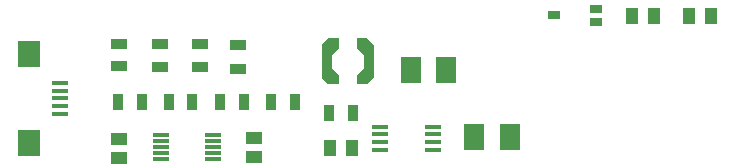
<source format=gtp>
G04 EAGLE Gerber RS-274X export*
G75*
%MOMM*%
%FSLAX34Y34*%
%LPD*%
%INTop Paste*%
%IPPOS*%
%AMOC8*
5,1,8,0,0,1.08239X$1,22.5*%
G01*
%ADD10R,1.400000X0.400000*%
%ADD11R,1.900000X2.300000*%
%ADD12R,1.400000X0.300000*%
%ADD13R,1.425000X0.450000*%
%ADD14R,1.050000X1.400000*%
%ADD15R,1.450000X0.950000*%
%ADD16R,0.950000X1.450000*%
%ADD17R,1.400000X0.900000*%
%ADD18R,1.470000X1.020000*%
%ADD19R,1.800000X2.250000*%
%ADD20R,1.100000X0.800000*%

G36*
X310082Y381857D02*
X310082Y381857D01*
X310084Y381856D01*
X315684Y387356D01*
X315684Y387359D01*
X315685Y387360D01*
X315685Y415260D01*
X315683Y415262D01*
X315684Y415264D01*
X310084Y420764D01*
X310081Y420764D01*
X310080Y420765D01*
X301180Y420765D01*
X301175Y420761D01*
X301175Y420760D01*
X301175Y413010D01*
X301177Y413008D01*
X301176Y413007D01*
X306975Y407058D01*
X306975Y395562D01*
X301176Y389613D01*
X301176Y389612D01*
X301176Y389611D01*
X301175Y389610D01*
X301175Y381860D01*
X301179Y381855D01*
X301180Y381855D01*
X310080Y381855D01*
X310082Y381857D01*
G37*
G36*
X286185Y381859D02*
X286185Y381859D01*
X286185Y381860D01*
X286185Y389610D01*
X286183Y389612D01*
X286184Y389613D01*
X280385Y395562D01*
X280385Y407058D01*
X286184Y413007D01*
X286184Y413008D01*
X286184Y413009D01*
X286185Y413010D01*
X286185Y420760D01*
X286181Y420765D01*
X286180Y420765D01*
X277280Y420765D01*
X277278Y420763D01*
X277277Y420764D01*
X271677Y415264D01*
X271676Y415262D01*
X271675Y415261D01*
X271675Y415260D01*
X271675Y387360D01*
X271677Y387358D01*
X271677Y387356D01*
X277277Y381856D01*
X277279Y381856D01*
X277280Y381855D01*
X286180Y381855D01*
X286185Y381859D01*
G37*
D10*
X50000Y383000D03*
X50000Y376500D03*
X50000Y370000D03*
X50000Y363500D03*
X50000Y357000D03*
D11*
X23500Y407500D03*
X23500Y332500D03*
D12*
X135900Y339000D03*
X135900Y334000D03*
X135900Y329000D03*
X135900Y324000D03*
X135900Y319000D03*
X179900Y319000D03*
X179900Y324000D03*
X179900Y329000D03*
X179900Y334000D03*
X179900Y339000D03*
D13*
X321130Y346110D03*
X321130Y339610D03*
X321130Y333110D03*
X321130Y326610D03*
X365370Y326610D03*
X365370Y333110D03*
X365370Y339610D03*
X365370Y346110D03*
D14*
X278280Y328030D03*
X297280Y328030D03*
D15*
X200600Y395100D03*
X200600Y415100D03*
D16*
X185800Y367000D03*
X205800Y367000D03*
X142000Y367100D03*
X162000Y367100D03*
X99200Y367200D03*
X119200Y367200D03*
D17*
X168700Y396900D03*
X168700Y415900D03*
X134600Y397000D03*
X134600Y416000D03*
X100000Y397100D03*
X100000Y416100D03*
D18*
X213900Y320700D03*
X213900Y336700D03*
X100200Y335600D03*
X100200Y319600D03*
D16*
X277880Y357610D03*
X297880Y357610D03*
D19*
X346840Y394470D03*
X376840Y394470D03*
X400640Y337020D03*
X430640Y337020D03*
D14*
X582280Y439670D03*
X601280Y439670D03*
D20*
X503400Y445790D03*
X503400Y434790D03*
X467900Y440290D03*
D14*
X534320Y439930D03*
X553320Y439930D03*
D16*
X228760Y367030D03*
X248760Y367030D03*
M02*

</source>
